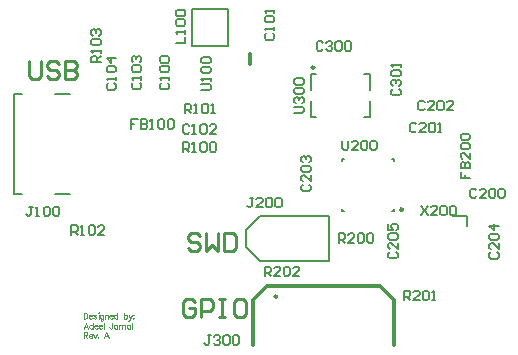
<source format=gbr>
%TF.GenerationSoftware,Altium Limited,Altium Designer,24.4.1 (13)*%
G04 Layer_Color=65535*
%FSLAX45Y45*%
%MOMM*%
%TF.SameCoordinates,B8B7DE2E-4358-4D64-837E-663932822D10*%
%TF.FilePolarity,Positive*%
%TF.FileFunction,Legend,Top*%
%TF.Part,Single*%
G01*
G75*
%TA.AperFunction,NonConductor*%
%ADD50C,0.25000*%
%ADD51C,0.25400*%
%ADD52C,0.20000*%
%ADD53C,0.30000*%
%ADD54C,0.17500*%
%ADD55C,0.10000*%
%ADD56C,0.15000*%
D50*
X1057500Y-290000D02*
G03*
X1057500Y-290000I-12500J0D01*
G01*
D51*
X306412Y915000D02*
G03*
X306412Y915000I-11412J0D01*
G01*
X-8212Y-1028672D02*
G03*
X-8212Y-1028672I-10270J0D01*
G01*
X-2112100Y967751D02*
Y840792D01*
X-2086708Y815400D01*
X-2035925D01*
X-2010533Y840792D01*
Y967751D01*
X-1858182Y942359D02*
X-1883574Y967751D01*
X-1934357D01*
X-1959749Y942359D01*
Y916967D01*
X-1934357Y891575D01*
X-1883574D01*
X-1858182Y866183D01*
Y840792D01*
X-1883574Y815400D01*
X-1934357D01*
X-1959749Y840792D01*
X-1807398Y967751D02*
Y815400D01*
X-1731223D01*
X-1705831Y840792D01*
Y866183D01*
X-1731223Y891575D01*
X-1807398D01*
X-1731223D01*
X-1705831Y916967D01*
Y942359D01*
X-1731223Y967751D01*
X-1807398D01*
X-703033Y-1075141D02*
X-728425Y-1049749D01*
X-779208D01*
X-804600Y-1075141D01*
Y-1176708D01*
X-779208Y-1202100D01*
X-728425D01*
X-703033Y-1176708D01*
Y-1125925D01*
X-753817D01*
X-652249Y-1202100D02*
Y-1049749D01*
X-576074D01*
X-550682Y-1075141D01*
Y-1125925D01*
X-576074Y-1151316D01*
X-652249D01*
X-499899Y-1049749D02*
X-449115D01*
X-474507D01*
Y-1202100D01*
X-499899D01*
X-449115D01*
X-296764Y-1049749D02*
X-347548D01*
X-372940Y-1075141D01*
Y-1176708D01*
X-347548Y-1202100D01*
X-296764D01*
X-271373Y-1176708D01*
Y-1075141D01*
X-296764Y-1049749D01*
X-660533Y-510141D02*
X-685925Y-484749D01*
X-736708D01*
X-762100Y-510141D01*
Y-535533D01*
X-736708Y-560925D01*
X-685925D01*
X-660533Y-586317D01*
Y-611708D01*
X-685925Y-637100D01*
X-736708D01*
X-762100Y-611708D01*
X-609749Y-484749D02*
Y-637100D01*
X-558966Y-586317D01*
X-508182Y-637100D01*
Y-484749D01*
X-457399D02*
Y-637100D01*
X-381223D01*
X-355831Y-611708D01*
Y-510141D01*
X-381223Y-484749D01*
X-457399D01*
D52*
X-730000Y1095000D02*
X-420000D01*
Y1405000D01*
X-730000D02*
X-420000D01*
X-730000Y1095000D02*
Y1405000D01*
X-1890000Y690000D02*
X-1765000D01*
X-1890000Y-160000D02*
X-1765000D01*
X-2240000Y690000D02*
X-2165000D01*
X-2240000Y-160000D02*
Y690000D01*
Y-160000D02*
X-2165000D01*
X980000Y-305000D02*
Y-289700D01*
X964700Y-305000D02*
X980000D01*
X540000D02*
X555300D01*
X540000D02*
Y-289700D01*
Y119700D02*
Y135000D01*
X555300D01*
X980000Y119700D02*
Y135000D01*
X964700D02*
X980000D01*
X1600573Y-430000D02*
Y-340715D01*
X1477500D02*
X1600573D01*
X275000Y495000D02*
Y625000D01*
Y495000D02*
X325000D01*
X775000D02*
Y625000D01*
X725000Y495000D02*
X775000D01*
Y725000D02*
Y855000D01*
X725000D02*
X775000D01*
X275000Y725000D02*
Y855000D01*
X325000D01*
D53*
X-215000Y-1435000D02*
Y-1060000D01*
X-90000Y-935000D01*
X860000D01*
X985000Y-1060000D01*
Y-1435000D02*
Y-1060000D01*
X-240004Y941135D02*
Y1027775D01*
D54*
X430000Y-725000D02*
Y-345000D01*
X-150000D02*
X430000D01*
X-270000Y-465000D02*
X-150000Y-345000D01*
X-270000Y-605000D02*
Y-465000D01*
Y-605000D02*
X-150000Y-725000D01*
X430000D01*
D55*
X-1647500Y-1327510D02*
Y-1377499D01*
Y-1327510D02*
X-1626076D01*
X-1618935Y-1329890D01*
X-1616554Y-1332271D01*
X-1614174Y-1337031D01*
Y-1341792D01*
X-1616554Y-1346553D01*
X-1618935Y-1348934D01*
X-1626076Y-1351314D01*
X-1647500D01*
X-1630837D02*
X-1614174Y-1377499D01*
X-1602986Y-1358455D02*
X-1574420D01*
Y-1353695D01*
X-1576801Y-1348934D01*
X-1579181Y-1346553D01*
X-1583942Y-1344173D01*
X-1591083D01*
X-1595844Y-1346553D01*
X-1600605Y-1351314D01*
X-1602986Y-1358455D01*
Y-1363216D01*
X-1600605Y-1370358D01*
X-1595844Y-1375118D01*
X-1591083Y-1377499D01*
X-1583942D01*
X-1579181Y-1375118D01*
X-1574420Y-1370358D01*
X-1563708Y-1344173D02*
X-1549426Y-1377499D01*
X-1535143Y-1344173D02*
X-1549426Y-1377499D01*
X-1524669Y-1372738D02*
X-1527050Y-1375118D01*
X-1524669Y-1377499D01*
X-1522289Y-1375118D01*
X-1524669Y-1372738D01*
X-1433974Y-1377499D02*
X-1453018Y-1327510D01*
X-1472061Y-1377499D01*
X-1464920Y-1360836D02*
X-1441116D01*
X-1609413Y-1297501D02*
X-1628456Y-1247511D01*
X-1647500Y-1297501D01*
X-1640359Y-1280837D02*
X-1616554D01*
X-1569183Y-1247511D02*
Y-1297501D01*
Y-1271316D02*
X-1573944Y-1266555D01*
X-1578705Y-1264175D01*
X-1585846D01*
X-1590607Y-1266555D01*
X-1595368Y-1271316D01*
X-1597749Y-1278457D01*
Y-1283218D01*
X-1595368Y-1290359D01*
X-1590607Y-1295120D01*
X-1585846Y-1297501D01*
X-1578705D01*
X-1573944Y-1295120D01*
X-1569183Y-1290359D01*
X-1555853Y-1278457D02*
X-1527288D01*
Y-1273696D01*
X-1529668Y-1268935D01*
X-1532048Y-1266555D01*
X-1536809Y-1264175D01*
X-1543951D01*
X-1548712Y-1266555D01*
X-1553472Y-1271316D01*
X-1555853Y-1278457D01*
Y-1283218D01*
X-1553472Y-1290359D01*
X-1548712Y-1295120D01*
X-1543951Y-1297501D01*
X-1536809D01*
X-1532048Y-1295120D01*
X-1527288Y-1290359D01*
X-1516576Y-1278457D02*
X-1488010D01*
Y-1273696D01*
X-1490391Y-1268935D01*
X-1492771Y-1266555D01*
X-1497532Y-1264175D01*
X-1504673D01*
X-1509434Y-1266555D01*
X-1514195Y-1271316D01*
X-1516576Y-1278457D01*
Y-1283218D01*
X-1514195Y-1290359D01*
X-1509434Y-1295120D01*
X-1504673Y-1297501D01*
X-1497532D01*
X-1492771Y-1295120D01*
X-1488010Y-1290359D01*
X-1477298Y-1247511D02*
Y-1297501D01*
X-1403743Y-1247511D02*
Y-1285598D01*
X-1406123Y-1292740D01*
X-1408504Y-1295120D01*
X-1413264Y-1297501D01*
X-1418025D01*
X-1422786Y-1295120D01*
X-1425167Y-1292740D01*
X-1427547Y-1285598D01*
Y-1280837D01*
X-1362323Y-1264175D02*
Y-1297501D01*
Y-1271316D02*
X-1367084Y-1266555D01*
X-1371845Y-1264175D01*
X-1378986D01*
X-1383747Y-1266555D01*
X-1388508Y-1271316D01*
X-1390888Y-1278457D01*
Y-1283218D01*
X-1388508Y-1290359D01*
X-1383747Y-1295120D01*
X-1378986Y-1297501D01*
X-1371845D01*
X-1367084Y-1295120D01*
X-1362323Y-1290359D01*
X-1348992Y-1264175D02*
Y-1297501D01*
Y-1273696D02*
X-1341851Y-1266555D01*
X-1337090Y-1264175D01*
X-1329949D01*
X-1325188Y-1266555D01*
X-1322808Y-1273696D01*
Y-1297501D01*
Y-1273696D02*
X-1315666Y-1266555D01*
X-1310905Y-1264175D01*
X-1303764D01*
X-1299003Y-1266555D01*
X-1296623Y-1273696D01*
Y-1297501D01*
X-1252346Y-1264175D02*
Y-1297501D01*
Y-1271316D02*
X-1257107Y-1266555D01*
X-1261868Y-1264175D01*
X-1269010D01*
X-1273771Y-1266555D01*
X-1278531Y-1271316D01*
X-1280912Y-1278457D01*
Y-1283218D01*
X-1278531Y-1290359D01*
X-1273771Y-1295120D01*
X-1269010Y-1297501D01*
X-1261868D01*
X-1257107Y-1295120D01*
X-1252346Y-1290359D01*
X-1239016Y-1247511D02*
Y-1297501D01*
X-1647500Y-1163350D02*
Y-1213339D01*
Y-1163350D02*
X-1630837D01*
X-1623696Y-1165731D01*
X-1618935Y-1170492D01*
X-1616554Y-1175252D01*
X-1614174Y-1182394D01*
Y-1194296D01*
X-1616554Y-1201437D01*
X-1618935Y-1206198D01*
X-1623696Y-1210959D01*
X-1630837Y-1213339D01*
X-1647500D01*
X-1602986Y-1194296D02*
X-1574420D01*
Y-1189535D01*
X-1576801Y-1184774D01*
X-1579181Y-1182394D01*
X-1583942Y-1180013D01*
X-1591083D01*
X-1595844Y-1182394D01*
X-1600605Y-1187155D01*
X-1602986Y-1194296D01*
Y-1199057D01*
X-1600605Y-1206198D01*
X-1595844Y-1210959D01*
X-1591083Y-1213339D01*
X-1583942D01*
X-1579181Y-1210959D01*
X-1574420Y-1206198D01*
X-1537523Y-1187155D02*
X-1539904Y-1182394D01*
X-1547045Y-1180013D01*
X-1554187D01*
X-1561328Y-1182394D01*
X-1563708Y-1187155D01*
X-1561328Y-1191916D01*
X-1556567Y-1194296D01*
X-1544665Y-1196676D01*
X-1539904Y-1199057D01*
X-1537523Y-1203818D01*
Y-1206198D01*
X-1539904Y-1210959D01*
X-1547045Y-1213339D01*
X-1554187D01*
X-1561328Y-1210959D01*
X-1563708Y-1206198D01*
X-1522289Y-1163350D02*
X-1519908Y-1165731D01*
X-1517528Y-1163350D01*
X-1519908Y-1160970D01*
X-1522289Y-1163350D01*
X-1519908Y-1180013D02*
Y-1213339D01*
X-1480155Y-1180013D02*
Y-1218100D01*
X-1482535Y-1225242D01*
X-1484916Y-1227622D01*
X-1489677Y-1230003D01*
X-1496818D01*
X-1501579Y-1227622D01*
X-1480155Y-1187155D02*
X-1484916Y-1182394D01*
X-1489677Y-1180013D01*
X-1496818D01*
X-1501579Y-1182394D01*
X-1506340Y-1187155D01*
X-1508720Y-1194296D01*
Y-1199057D01*
X-1506340Y-1206198D01*
X-1501579Y-1210959D01*
X-1496818Y-1213339D01*
X-1489677D01*
X-1484916Y-1210959D01*
X-1480155Y-1206198D01*
X-1466824Y-1180013D02*
Y-1213339D01*
Y-1189535D02*
X-1459683Y-1182394D01*
X-1454922Y-1180013D01*
X-1447781D01*
X-1443020Y-1182394D01*
X-1440639Y-1189535D01*
Y-1213339D01*
X-1427547Y-1194296D02*
X-1398982D01*
Y-1189535D01*
X-1401362Y-1184774D01*
X-1403743Y-1182394D01*
X-1408504Y-1180013D01*
X-1415645D01*
X-1420406Y-1182394D01*
X-1425167Y-1187155D01*
X-1427547Y-1194296D01*
Y-1199057D01*
X-1425167Y-1206198D01*
X-1420406Y-1210959D01*
X-1415645Y-1213339D01*
X-1408504D01*
X-1403743Y-1210959D01*
X-1398982Y-1206198D01*
X-1359704Y-1163350D02*
Y-1213339D01*
Y-1187155D02*
X-1364465Y-1182394D01*
X-1369226Y-1180013D01*
X-1376368D01*
X-1381129Y-1182394D01*
X-1385889Y-1187155D01*
X-1388270Y-1194296D01*
Y-1199057D01*
X-1385889Y-1206198D01*
X-1381129Y-1210959D01*
X-1376368Y-1213339D01*
X-1369226D01*
X-1364465Y-1210959D01*
X-1359704Y-1206198D01*
X-1307097Y-1163350D02*
Y-1213339D01*
Y-1187155D02*
X-1302336Y-1182394D01*
X-1297575Y-1180013D01*
X-1290434D01*
X-1285673Y-1182394D01*
X-1280912Y-1187155D01*
X-1278531Y-1194296D01*
Y-1199057D01*
X-1280912Y-1206198D01*
X-1285673Y-1210959D01*
X-1290434Y-1213339D01*
X-1297575D01*
X-1302336Y-1210959D01*
X-1307097Y-1206198D01*
X-1265439Y-1180013D02*
X-1251156Y-1213339D01*
X-1236874Y-1180013D02*
X-1251156Y-1213339D01*
X-1255917Y-1222861D01*
X-1260678Y-1227622D01*
X-1265439Y-1230003D01*
X-1267819D01*
X-1226162Y-1180013D02*
X-1228542Y-1182394D01*
X-1226162Y-1184774D01*
X-1223781Y-1182394D01*
X-1226162Y-1180013D01*
Y-1208578D02*
X-1228542Y-1210959D01*
X-1226162Y-1213339D01*
X-1223781Y-1210959D01*
X-1226162Y-1208578D01*
D56*
X-989158Y780861D02*
X-1002487Y767532D01*
Y740874D01*
X-989158Y727545D01*
X-935842D01*
X-922513Y740874D01*
Y767532D01*
X-935842Y780861D01*
X-922513Y807519D02*
Y834177D01*
Y820848D01*
X-1002487D01*
X-989158Y807519D01*
Y874165D02*
X-1002487Y887494D01*
Y914152D01*
X-989158Y927481D01*
X-935842D01*
X-922513Y914152D01*
Y887494D01*
X-935842Y874165D01*
X-989158D01*
Y954139D02*
X-1002487Y967468D01*
Y994126D01*
X-989158Y1007455D01*
X-935842D01*
X-922513Y994126D01*
Y967468D01*
X-935842Y954139D01*
X-989158D01*
X-867487Y1120045D02*
X-787513D01*
Y1173361D01*
Y1200019D02*
Y1226678D01*
Y1213349D01*
X-867487D01*
X-854158Y1200019D01*
Y1266665D02*
X-867487Y1279994D01*
Y1306652D01*
X-854158Y1319981D01*
X-800842D01*
X-787513Y1306652D01*
Y1279994D01*
X-800842Y1266665D01*
X-854158D01*
Y1346639D02*
X-867487Y1359968D01*
Y1386626D01*
X-854158Y1399955D01*
X-800842D01*
X-787513Y1386626D01*
Y1359968D01*
X-800842Y1346639D01*
X-854158D01*
X-2079139Y-265013D02*
X-2105797D01*
X-2092467D01*
Y-331658D01*
X-2105797Y-344987D01*
X-2119126D01*
X-2132455Y-331658D01*
X-2052481Y-344987D02*
X-2025822D01*
X-2039151D01*
Y-265013D01*
X-2052481Y-278342D01*
X-1985835D02*
X-1972506Y-265013D01*
X-1945848D01*
X-1932519Y-278342D01*
Y-331658D01*
X-1945848Y-344987D01*
X-1972506D01*
X-1985835Y-331658D01*
Y-278342D01*
X-1905861D02*
X-1892532Y-265013D01*
X-1865874D01*
X-1852545Y-278342D01*
Y-331658D01*
X-1865874Y-344987D01*
X-1892532D01*
X-1905861Y-331658D01*
Y-278342D01*
X513381Y-572487D02*
Y-492513D01*
X553368D01*
X566697Y-505842D01*
Y-532500D01*
X553368Y-545829D01*
X513381D01*
X540039D02*
X566697Y-572487D01*
X646671D02*
X593355D01*
X646671Y-519171D01*
Y-505842D01*
X633342Y-492513D01*
X606684D01*
X593355Y-505842D01*
X673329D02*
X686658Y-492513D01*
X713316D01*
X726645Y-505842D01*
Y-559158D01*
X713316Y-572487D01*
X686658D01*
X673329Y-559158D01*
Y-505842D01*
X753303D02*
X766632Y-492513D01*
X793291D01*
X806619Y-505842D01*
Y-559158D01*
X793291Y-572487D01*
X766632D01*
X753303Y-559158D01*
Y-505842D01*
X-1749955Y-504987D02*
Y-425013D01*
X-1709968D01*
X-1696639Y-438342D01*
Y-465000D01*
X-1709968Y-478329D01*
X-1749955D01*
X-1723297D02*
X-1696639Y-504987D01*
X-1669981D02*
X-1643323D01*
X-1656651D01*
Y-425013D01*
X-1669981Y-438342D01*
X-1603335D02*
X-1590006Y-425013D01*
X-1563348D01*
X-1550019Y-438342D01*
Y-491658D01*
X-1563348Y-504987D01*
X-1590006D01*
X-1603335Y-491658D01*
Y-438342D01*
X-1470045Y-504987D02*
X-1523361D01*
X-1470045Y-451671D01*
Y-438342D01*
X-1483374Y-425013D01*
X-1510032D01*
X-1523361Y-438342D01*
X1169576Y430085D02*
X1156247Y443414D01*
X1129589D01*
X1116260Y430085D01*
Y376769D01*
X1129589Y363440D01*
X1156247D01*
X1169576Y376769D01*
X1249550Y363440D02*
X1196234D01*
X1249550Y416756D01*
Y430085D01*
X1236221Y443414D01*
X1209563D01*
X1196234Y430085D01*
X1276208D02*
X1289537Y443414D01*
X1316195D01*
X1329524Y430085D01*
Y376769D01*
X1316195Y363440D01*
X1289537D01*
X1276208Y376769D01*
Y430085D01*
X1356182Y363440D02*
X1382841D01*
X1369512D01*
Y443414D01*
X1356182Y430085D01*
X542220Y293554D02*
Y226909D01*
X555549Y213580D01*
X582207D01*
X595536Y226909D01*
Y293554D01*
X675510Y213580D02*
X622194D01*
X675510Y266896D01*
Y280225D01*
X662181Y293554D01*
X635523D01*
X622194Y280225D01*
X702168D02*
X715497Y293554D01*
X742155D01*
X755484Y280225D01*
Y226909D01*
X742155Y213580D01*
X715497D01*
X702168Y226909D01*
Y280225D01*
X782142D02*
X795472Y293554D01*
X822130D01*
X835459Y280225D01*
Y226909D01*
X822130Y213580D01*
X795472D01*
X782142Y226909D01*
Y280225D01*
X945842Y-650803D02*
X932513Y-664132D01*
Y-690790D01*
X945842Y-704119D01*
X999158D01*
X1012487Y-690790D01*
Y-664132D01*
X999158Y-650803D01*
X1012487Y-570829D02*
Y-624145D01*
X959171Y-570829D01*
X945842D01*
X932513Y-584158D01*
Y-610816D01*
X945842Y-624145D01*
Y-544171D02*
X932513Y-530842D01*
Y-504184D01*
X945842Y-490855D01*
X999158D01*
X1012487Y-504184D01*
Y-530842D01*
X999158Y-544171D01*
X945842D01*
X932513Y-410881D02*
Y-464197D01*
X972500D01*
X959171Y-437539D01*
Y-424209D01*
X972500Y-410881D01*
X999158D01*
X1012487Y-424209D01*
Y-450868D01*
X999158Y-464197D01*
X1802558Y-653407D02*
X1789229Y-666736D01*
Y-693394D01*
X1802558Y-706723D01*
X1855874D01*
X1869204Y-693394D01*
Y-666736D01*
X1855874Y-653407D01*
X1869204Y-573433D02*
Y-626749D01*
X1815887Y-573433D01*
X1802558D01*
X1789229Y-586762D01*
Y-613420D01*
X1802558Y-626749D01*
Y-546775D02*
X1789229Y-533446D01*
Y-506788D01*
X1802558Y-493459D01*
X1855874D01*
X1869204Y-506788D01*
Y-533446D01*
X1855874Y-546775D01*
X1802558D01*
X1869204Y-426813D02*
X1789229D01*
X1829216Y-466801D01*
Y-413485D01*
X1213381Y-257513D02*
X1266697Y-337487D01*
Y-257513D02*
X1213381Y-337487D01*
X1346671D02*
X1293355D01*
X1346671Y-284171D01*
Y-270842D01*
X1333342Y-257513D01*
X1306684D01*
X1293355Y-270842D01*
X1373329D02*
X1386658Y-257513D01*
X1413316D01*
X1426645Y-270842D01*
Y-324158D01*
X1413316Y-337487D01*
X1386658D01*
X1373329Y-324158D01*
Y-270842D01*
X1453303D02*
X1466633Y-257513D01*
X1493291D01*
X1506620Y-270842D01*
Y-324158D01*
X1493291Y-337487D01*
X1466633D01*
X1453303Y-324158D01*
Y-270842D01*
X-114119Y-852487D02*
Y-772513D01*
X-74132D01*
X-60803Y-785842D01*
Y-812500D01*
X-74132Y-825829D01*
X-114119D01*
X-87461D02*
X-60803Y-852487D01*
X19171D02*
X-34145D01*
X19171Y-799171D01*
Y-785842D01*
X5842Y-772513D01*
X-20816D01*
X-34145Y-785842D01*
X45829D02*
X59158Y-772513D01*
X85816D01*
X99145Y-785842D01*
Y-839158D01*
X85816Y-852487D01*
X59158D01*
X45829Y-839158D01*
Y-785842D01*
X179120Y-852487D02*
X125803D01*
X179120Y-799171D01*
Y-785842D01*
X165791Y-772513D01*
X139133D01*
X125803Y-785842D01*
X1064210Y-1057487D02*
Y-977513D01*
X1104197D01*
X1117526Y-990842D01*
Y-1017500D01*
X1104197Y-1030829D01*
X1064210D01*
X1090868D02*
X1117526Y-1057487D01*
X1197500D02*
X1144184D01*
X1197500Y-1004171D01*
Y-990842D01*
X1184171Y-977513D01*
X1157513D01*
X1144184Y-990842D01*
X1224158D02*
X1237487Y-977513D01*
X1264145D01*
X1277474Y-990842D01*
Y-1044158D01*
X1264145Y-1057487D01*
X1237487D01*
X1224158Y-1044158D01*
Y-990842D01*
X1304132Y-1057487D02*
X1330790D01*
X1317461D01*
Y-977513D01*
X1304132Y-990842D01*
X1679197Y-125842D02*
X1665868Y-112513D01*
X1639210D01*
X1625881Y-125842D01*
Y-179158D01*
X1639210Y-192487D01*
X1665868D01*
X1679197Y-179158D01*
X1759171Y-192487D02*
X1705855D01*
X1759171Y-139171D01*
Y-125842D01*
X1745842Y-112513D01*
X1719184D01*
X1705855Y-125842D01*
X1785829D02*
X1799158Y-112513D01*
X1825816D01*
X1839145Y-125842D01*
Y-179158D01*
X1825816Y-192487D01*
X1799158D01*
X1785829Y-179158D01*
Y-125842D01*
X1865803D02*
X1879132Y-112513D01*
X1905790D01*
X1919119Y-125842D01*
Y-179158D01*
X1905790Y-192487D01*
X1879132D01*
X1865803Y-179158D01*
Y-125842D01*
X208342Y-78303D02*
X195013Y-91632D01*
Y-118290D01*
X208342Y-131619D01*
X261658D01*
X274987Y-118290D01*
Y-91632D01*
X261658Y-78303D01*
X274987Y1671D02*
Y-51645D01*
X221671Y1671D01*
X208342D01*
X195013Y-11658D01*
Y-38316D01*
X208342Y-51645D01*
Y28329D02*
X195013Y41658D01*
Y68316D01*
X208342Y81645D01*
X261658D01*
X274987Y68316D01*
Y41658D01*
X261658Y28329D01*
X208342D01*
Y108303D02*
X195013Y121632D01*
Y148291D01*
X208342Y161619D01*
X221671D01*
X235000Y148291D01*
Y134961D01*
Y148291D01*
X248329Y161619D01*
X261658D01*
X274987Y148291D01*
Y121632D01*
X261658Y108303D01*
X379197Y1121658D02*
X365868Y1134987D01*
X339210D01*
X325881Y1121658D01*
Y1068342D01*
X339210Y1055013D01*
X365868D01*
X379197Y1068342D01*
X405855Y1121658D02*
X419184Y1134987D01*
X445842D01*
X459171Y1121658D01*
Y1108329D01*
X445842Y1095000D01*
X432513D01*
X445842D01*
X459171Y1081671D01*
Y1068342D01*
X445842Y1055013D01*
X419184D01*
X405855Y1068342D01*
X485829Y1121658D02*
X499158Y1134987D01*
X525816D01*
X539145Y1121658D01*
Y1068342D01*
X525816Y1055013D01*
X499158D01*
X485829Y1068342D01*
Y1121658D01*
X565803D02*
X579132Y1134987D01*
X605791D01*
X619119Y1121658D01*
Y1068342D01*
X605791Y1055013D01*
X579132D01*
X565803Y1068342D01*
Y1121658D01*
X973342Y730026D02*
X960013Y716697D01*
Y690039D01*
X973342Y676710D01*
X1026658D01*
X1039987Y690039D01*
Y716697D01*
X1026658Y730026D01*
X973342Y756684D02*
X960013Y770013D01*
Y796671D01*
X973342Y810000D01*
X986671D01*
X1000000Y796671D01*
Y783342D01*
Y796671D01*
X1013329Y810000D01*
X1026658D01*
X1039987Y796671D01*
Y770013D01*
X1026658Y756684D01*
X973342Y836658D02*
X960013Y849987D01*
Y876645D01*
X973342Y889974D01*
X1026658D01*
X1039987Y876645D01*
Y849987D01*
X1026658Y836658D01*
X973342D01*
X1039987Y916632D02*
Y943290D01*
Y929961D01*
X960013D01*
X973342Y916632D01*
X137513Y528381D02*
X204158D01*
X217487Y541710D01*
Y568368D01*
X204158Y581697D01*
X137513D01*
X150842Y608355D02*
X137513Y621684D01*
Y648342D01*
X150842Y661671D01*
X164171D01*
X177500Y648342D01*
Y635013D01*
Y648342D01*
X190829Y661671D01*
X204158D01*
X217487Y648342D01*
Y621684D01*
X204158Y608355D01*
X150842Y688329D02*
X137513Y701658D01*
Y728317D01*
X150842Y741645D01*
X204158D01*
X217487Y728317D01*
Y701658D01*
X204158Y688329D01*
X150842D01*
Y768304D02*
X137513Y781633D01*
Y808291D01*
X150842Y821620D01*
X204158D01*
X217487Y808291D01*
Y781633D01*
X204158Y768304D01*
X150842D01*
X-570803Y-1355013D02*
X-597461D01*
X-584132D01*
Y-1421658D01*
X-597461Y-1434987D01*
X-610790D01*
X-624119Y-1421658D01*
X-544145Y-1368342D02*
X-530816Y-1355013D01*
X-504158D01*
X-490829Y-1368342D01*
Y-1381671D01*
X-504158Y-1395000D01*
X-517487D01*
X-504158D01*
X-490829Y-1408329D01*
Y-1421658D01*
X-504158Y-1434987D01*
X-530816D01*
X-544145Y-1421658D01*
X-464171Y-1368342D02*
X-450842Y-1355013D01*
X-424184D01*
X-410855Y-1368342D01*
Y-1421658D01*
X-424184Y-1434987D01*
X-450842D01*
X-464171Y-1421658D01*
Y-1368342D01*
X-384197D02*
X-370867Y-1355013D01*
X-344209D01*
X-330880Y-1368342D01*
Y-1421658D01*
X-344209Y-1434987D01*
X-370867D01*
X-384197Y-1421658D01*
Y-1368342D01*
X1241697Y616658D02*
X1228368Y629987D01*
X1201710D01*
X1188381Y616658D01*
Y563342D01*
X1201710Y550013D01*
X1228368D01*
X1241697Y563342D01*
X1321671Y550013D02*
X1268355D01*
X1321671Y603329D01*
Y616658D01*
X1308342Y629987D01*
X1281684D01*
X1268355Y616658D01*
X1348329D02*
X1361658Y629987D01*
X1388316D01*
X1401645Y616658D01*
Y563342D01*
X1388316Y550013D01*
X1361658D01*
X1348329Y563342D01*
Y616658D01*
X1481619Y550013D02*
X1428303D01*
X1481619Y603329D01*
Y616658D01*
X1468290Y629987D01*
X1441632D01*
X1428303Y616658D01*
X1545404Y31710D02*
Y-21606D01*
X1585391D01*
Y5052D01*
Y-21606D01*
X1625379D01*
X1545404Y58368D02*
X1625379D01*
Y98355D01*
X1612049Y111684D01*
X1598720D01*
X1585391Y98355D01*
Y58368D01*
Y98355D01*
X1572062Y111684D01*
X1558733D01*
X1545404Y98355D01*
Y58368D01*
X1625379Y191658D02*
Y138342D01*
X1572062Y191658D01*
X1558733D01*
X1545404Y178329D01*
Y151671D01*
X1558733Y138342D01*
Y218316D02*
X1545404Y231645D01*
Y258304D01*
X1558733Y271632D01*
X1612049D01*
X1625379Y258304D01*
Y231645D01*
X1612049Y218316D01*
X1558733D01*
Y298290D02*
X1545404Y311620D01*
Y338278D01*
X1558733Y351607D01*
X1612049D01*
X1625379Y338278D01*
Y311620D01*
X1612049Y298290D01*
X1558733D01*
X-804955Y200013D02*
Y279987D01*
X-764967D01*
X-751639Y266658D01*
Y240000D01*
X-764967Y226671D01*
X-804955D01*
X-778297D02*
X-751639Y200013D01*
X-724981D02*
X-698322D01*
X-711651D01*
Y279987D01*
X-724981Y266658D01*
X-658335D02*
X-645006Y279987D01*
X-618348D01*
X-605019Y266658D01*
Y213342D01*
X-618348Y200013D01*
X-645006D01*
X-658335Y213342D01*
Y266658D01*
X-578361D02*
X-565032Y279987D01*
X-538374D01*
X-525045Y266658D01*
Y213342D01*
X-538374Y200013D01*
X-565032D01*
X-578361Y213342D01*
Y266658D01*
X-791626Y525013D02*
Y604987D01*
X-751639D01*
X-738310Y591658D01*
Y565000D01*
X-751639Y551671D01*
X-791626D01*
X-764968D02*
X-738310Y525013D01*
X-711652D02*
X-684994D01*
X-698322D01*
Y604987D01*
X-711652Y591658D01*
X-645006D02*
X-631677Y604987D01*
X-605019D01*
X-591690Y591658D01*
Y538342D01*
X-605019Y525013D01*
X-631677D01*
X-645006Y538342D01*
Y591658D01*
X-565032Y525013D02*
X-538374D01*
X-551703D01*
Y604987D01*
X-565032Y591658D01*
X-751638Y416658D02*
X-764967Y429987D01*
X-791625D01*
X-804954Y416658D01*
Y363342D01*
X-791625Y350013D01*
X-764967D01*
X-751638Y363342D01*
X-724980Y350013D02*
X-698322D01*
X-711651D01*
Y429987D01*
X-724980Y416658D01*
X-658335D02*
X-645006Y429987D01*
X-618348D01*
X-605019Y416658D01*
Y363342D01*
X-618348Y350013D01*
X-645006D01*
X-658335Y363342D01*
Y416658D01*
X-525045Y350013D02*
X-578361D01*
X-525045Y403329D01*
Y416658D01*
X-538374Y429987D01*
X-565032D01*
X-578361Y416658D01*
X-99158Y1201690D02*
X-112487Y1188361D01*
Y1161703D01*
X-99158Y1148374D01*
X-45842D01*
X-32513Y1161703D01*
Y1188361D01*
X-45842Y1201690D01*
X-32513Y1228348D02*
Y1255006D01*
Y1241677D01*
X-112487D01*
X-99158Y1228348D01*
Y1294994D02*
X-112487Y1308323D01*
Y1334981D01*
X-99158Y1348310D01*
X-45842D01*
X-32513Y1334981D01*
Y1308323D01*
X-45842Y1294994D01*
X-99158D01*
X-32513Y1374968D02*
Y1401626D01*
Y1388297D01*
X-112487D01*
X-99158Y1374968D01*
X-649987Y720437D02*
X-583342D01*
X-570013Y733766D01*
Y760424D01*
X-583342Y773753D01*
X-649987D01*
X-570013Y800411D02*
Y827069D01*
Y813741D01*
X-649987D01*
X-636658Y800411D01*
Y867057D02*
X-649987Y880386D01*
Y907044D01*
X-636658Y920373D01*
X-583342D01*
X-570013Y907044D01*
Y880386D01*
X-583342Y867057D01*
X-636658D01*
Y947031D02*
X-649987Y960360D01*
Y987018D01*
X-636658Y1000347D01*
X-583342D01*
X-570013Y987018D01*
Y960360D01*
X-583342Y947031D01*
X-636658D01*
X-1502513Y955045D02*
X-1582487D01*
Y995033D01*
X-1569158Y1008361D01*
X-1542500D01*
X-1529171Y995033D01*
Y955045D01*
Y981703D02*
X-1502513Y1008361D01*
Y1035020D02*
Y1061678D01*
Y1048349D01*
X-1582487D01*
X-1569158Y1035020D01*
Y1101665D02*
X-1582487Y1114994D01*
Y1141652D01*
X-1569158Y1154981D01*
X-1515842D01*
X-1502513Y1141652D01*
Y1114994D01*
X-1515842Y1101665D01*
X-1569158D01*
Y1181639D02*
X-1582487Y1194968D01*
Y1221626D01*
X-1569158Y1234955D01*
X-1555829D01*
X-1542500Y1221626D01*
Y1208297D01*
Y1221626D01*
X-1529171Y1234955D01*
X-1515842D01*
X-1502513Y1221626D01*
Y1194968D01*
X-1515842Y1181639D01*
X-1226658Y783361D02*
X-1239987Y770032D01*
Y743374D01*
X-1226658Y730045D01*
X-1173342D01*
X-1160013Y743374D01*
Y770032D01*
X-1173342Y783361D01*
X-1160013Y810019D02*
Y836678D01*
Y823349D01*
X-1239987D01*
X-1226658Y810019D01*
Y876665D02*
X-1239987Y889994D01*
Y916652D01*
X-1226658Y929981D01*
X-1173342D01*
X-1160013Y916652D01*
Y889994D01*
X-1173342Y876665D01*
X-1226658D01*
Y956639D02*
X-1239987Y969968D01*
Y996626D01*
X-1226658Y1009955D01*
X-1213329D01*
X-1200000Y996626D01*
Y983297D01*
Y996626D01*
X-1186671Y1009955D01*
X-1173342D01*
X-1160013Y996626D01*
Y969968D01*
X-1173342Y956639D01*
X-1189126Y472487D02*
X-1242442D01*
Y432500D01*
X-1215784D01*
X-1242442D01*
Y392513D01*
X-1162468Y472487D02*
Y392513D01*
X-1122481D01*
X-1109152Y405842D01*
Y419171D01*
X-1122481Y432500D01*
X-1162468D01*
X-1122481D01*
X-1109152Y445829D01*
Y459158D01*
X-1122481Y472487D01*
X-1162468D01*
X-1082494Y392513D02*
X-1055836D01*
X-1069164D01*
Y472487D01*
X-1082494Y459158D01*
X-1015848D02*
X-1002519Y472487D01*
X-975861D01*
X-962532Y459158D01*
Y405842D01*
X-975861Y392513D01*
X-1002519D01*
X-1015848Y405842D01*
Y459158D01*
X-935874D02*
X-922545Y472487D01*
X-895887D01*
X-882558Y459158D01*
Y405842D01*
X-895887Y392513D01*
X-922545D01*
X-935874Y405842D01*
Y459158D01*
X-1439268Y777395D02*
X-1452597Y764066D01*
Y737408D01*
X-1439268Y724079D01*
X-1385952D01*
X-1372623Y737408D01*
Y764066D01*
X-1385952Y777395D01*
X-1372623Y804053D02*
Y830711D01*
Y817382D01*
X-1452597D01*
X-1439268Y804053D01*
Y870698D02*
X-1452597Y884027D01*
Y910685D01*
X-1439268Y924014D01*
X-1385952D01*
X-1372623Y910685D01*
Y884027D01*
X-1385952Y870698D01*
X-1439268D01*
X-1372623Y990659D02*
X-1452597D01*
X-1412610Y950672D01*
Y1003988D01*
X-209644Y-191586D02*
X-236302D01*
X-222973D01*
Y-258231D01*
X-236302Y-271560D01*
X-249631D01*
X-262960Y-258231D01*
X-129670Y-271560D02*
X-182986D01*
X-129670Y-218244D01*
Y-204915D01*
X-142999Y-191586D01*
X-169657D01*
X-182986Y-204915D01*
X-103012D02*
X-89683Y-191586D01*
X-63025D01*
X-49696Y-204915D01*
Y-258231D01*
X-63025Y-271560D01*
X-89683D01*
X-103012Y-258231D01*
Y-204915D01*
X-23038D02*
X-9708Y-191586D01*
X16950D01*
X30279Y-204915D01*
Y-258231D01*
X16950Y-271560D01*
X-9708D01*
X-23038Y-258231D01*
Y-204915D01*
%TF.MD5,c8aa53e2febf9fbe736d2182816940f9*%
M02*

</source>
